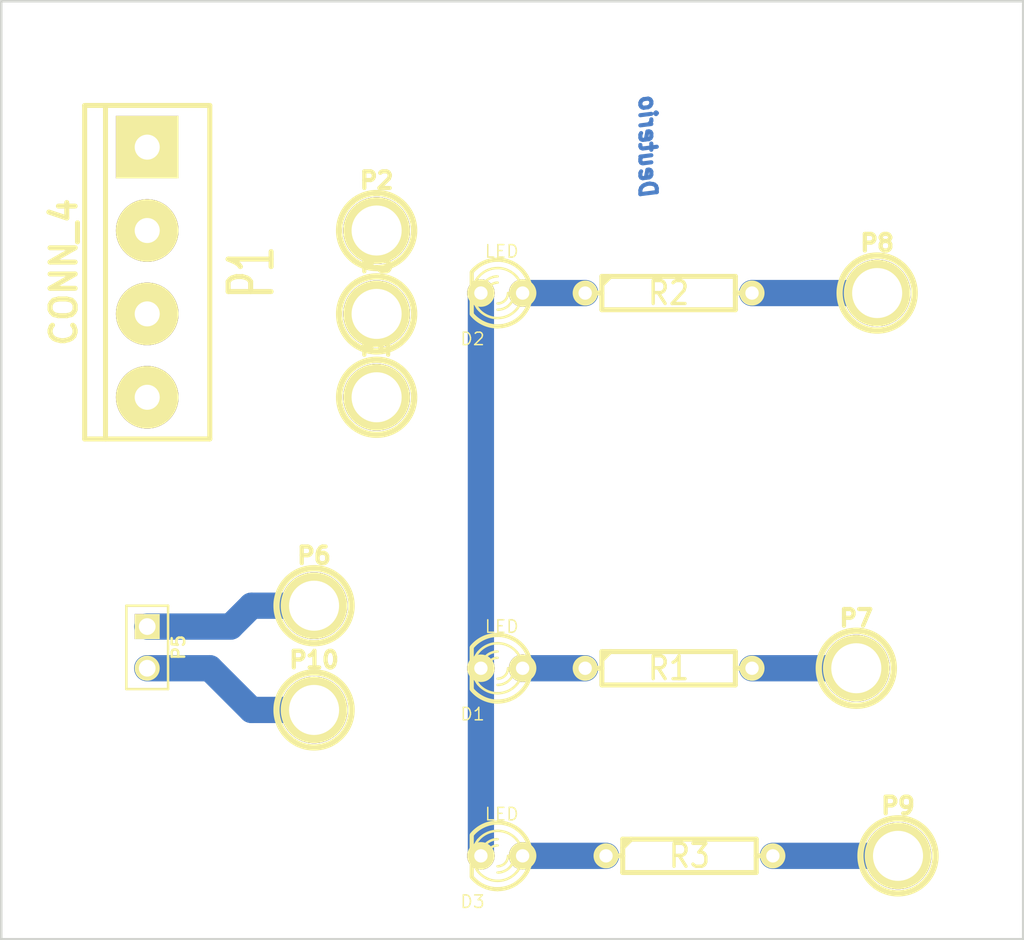
<source format=kicad_pcb>
(kicad_pcb (version 3) (host pcbnew "(2013-jul-07)-stable")

  (general
    (links 14)
    (no_connects 4)
    (area 129.464999 116.764999 191.845001 174.065001)
    (thickness 1.6)
    (drawings 5)
    (tracks 14)
    (zones 0)
    (modules 16)
    (nets 13)
  )

  (page A3)
  (layers
    (15 F.Cu signal)
    (0 B.Cu signal)
    (16 B.Adhes user)
    (17 F.Adhes user)
    (18 B.Paste user)
    (19 F.Paste user)
    (20 B.SilkS user)
    (21 F.SilkS user)
    (22 B.Mask user)
    (23 F.Mask user)
    (24 Dwgs.User user)
    (25 Cmts.User user)
    (26 Eco1.User user)
    (27 Eco2.User user)
    (28 Edge.Cuts user)
  )

  (setup
    (last_trace_width 1.6)
    (trace_clearance 0.254)
    (zone_clearance 0.508)
    (zone_45_only no)
    (trace_min 0.254)
    (segment_width 0.2)
    (edge_width 0.15)
    (via_size 0.889)
    (via_drill 0.635)
    (via_min_size 0.889)
    (via_min_drill 0.508)
    (uvia_size 0.508)
    (uvia_drill 0.127)
    (uvias_allowed no)
    (uvia_min_size 0.508)
    (uvia_min_drill 0.127)
    (pcb_text_width 0.3)
    (pcb_text_size 1 1)
    (mod_edge_width 0.15)
    (mod_text_size 1 1)
    (mod_text_width 0.15)
    (pad_size 1 1)
    (pad_drill 0.6)
    (pad_to_mask_clearance 0)
    (aux_axis_origin 0 0)
    (visible_elements FFFFFFBF)
    (pcbplotparams
      (layerselection 1048577)
      (usegerberextensions false)
      (excludeedgelayer true)
      (linewidth 0.150000)
      (plotframeref false)
      (viasonmask false)
      (mode 1)
      (useauxorigin false)
      (hpglpennumber 1)
      (hpglpenspeed 20)
      (hpglpendiameter 15)
      (hpglpenoverlay 2)
      (psnegative false)
      (psa4output false)
      (plotreference false)
      (plotvalue false)
      (plotothertext false)
      (plotinvisibletext false)
      (padsonsilk false)
      (subtractmaskfromsilk false)
      (outputformat 5)
      (mirror false)
      (drillshape 0)
      (scaleselection 1)
      (outputdirectory dibujo/2))
  )

  (net 0 "")
  (net 1 GND)
  (net 2 N-000001)
  (net 3 N-0000010)
  (net 4 N-0000011)
  (net 5 N-000002)
  (net 6 N-000003)
  (net 7 N-000004)
  (net 8 N-000005)
  (net 9 N-000006)
  (net 10 N-000007)
  (net 11 N-000008)
  (net 12 N-000009)

  (net_class Default "This is the default net class."
    (clearance 0.254)
    (trace_width 1.6)
    (via_dia 0.889)
    (via_drill 0.635)
    (uvia_dia 0.508)
    (uvia_drill 0.127)
    (add_net "")
    (add_net GND)
    (add_net N-000001)
    (add_net N-0000010)
    (add_net N-0000011)
    (add_net N-000002)
    (add_net N-000003)
    (add_net N-000004)
    (add_net N-000005)
    (add_net N-000006)
    (add_net N-000007)
    (add_net N-000008)
    (add_net N-000009)
  )

  (module R4 (layer F.Cu) (tedit 200000) (tstamp 584C4CA8)
    (at 170.18 157.48)
    (descr "Resitance 4 pas")
    (tags R)
    (path /584C2F94)
    (autoplace_cost180 10)
    (fp_text reference R1 (at 0 0) (layer F.SilkS)
      (effects (font (size 1.397 1.27) (thickness 0.2032)))
    )
    (fp_text value R (at 0 0) (layer F.SilkS) hide
      (effects (font (size 1.397 1.27) (thickness 0.2032)))
    )
    (fp_line (start -5.08 0) (end -4.064 0) (layer F.SilkS) (width 0.3048))
    (fp_line (start -4.064 0) (end -4.064 -1.016) (layer F.SilkS) (width 0.3048))
    (fp_line (start -4.064 -1.016) (end 4.064 -1.016) (layer F.SilkS) (width 0.3048))
    (fp_line (start 4.064 -1.016) (end 4.064 1.016) (layer F.SilkS) (width 0.3048))
    (fp_line (start 4.064 1.016) (end -4.064 1.016) (layer F.SilkS) (width 0.3048))
    (fp_line (start -4.064 1.016) (end -4.064 0) (layer F.SilkS) (width 0.3048))
    (fp_line (start -4.064 -0.508) (end -3.556 -1.016) (layer F.SilkS) (width 0.3048))
    (fp_line (start 5.08 0) (end 4.064 0) (layer F.SilkS) (width 0.3048))
    (pad 1 thru_hole circle (at -5.08 0) (size 1.524 1.524) (drill 0.8128)
      (layers *.Cu *.Mask F.SilkS)
      (net 12 N-000009)
    )
    (pad 2 thru_hole circle (at 5.08 0) (size 1.524 1.524) (drill 0.8128)
      (layers *.Cu *.Mask F.SilkS)
      (net 7 N-000004)
    )
    (model discret/resistor.wrl
      (at (xyz 0 0 0))
      (scale (xyz 0.4 0.4 0.4))
      (rotate (xyz 0 0 0))
    )
  )

  (module R4 (layer F.Cu) (tedit 200000) (tstamp 584C4CB6)
    (at 170.18 134.62)
    (descr "Resitance 4 pas")
    (tags R)
    (path /584C2FA3)
    (autoplace_cost180 10)
    (fp_text reference R2 (at 0 0) (layer F.SilkS)
      (effects (font (size 1.397 1.27) (thickness 0.2032)))
    )
    (fp_text value R (at 0 0) (layer F.SilkS) hide
      (effects (font (size 1.397 1.27) (thickness 0.2032)))
    )
    (fp_line (start -5.08 0) (end -4.064 0) (layer F.SilkS) (width 0.3048))
    (fp_line (start -4.064 0) (end -4.064 -1.016) (layer F.SilkS) (width 0.3048))
    (fp_line (start -4.064 -1.016) (end 4.064 -1.016) (layer F.SilkS) (width 0.3048))
    (fp_line (start 4.064 -1.016) (end 4.064 1.016) (layer F.SilkS) (width 0.3048))
    (fp_line (start 4.064 1.016) (end -4.064 1.016) (layer F.SilkS) (width 0.3048))
    (fp_line (start -4.064 1.016) (end -4.064 0) (layer F.SilkS) (width 0.3048))
    (fp_line (start -4.064 -0.508) (end -3.556 -1.016) (layer F.SilkS) (width 0.3048))
    (fp_line (start 5.08 0) (end 4.064 0) (layer F.SilkS) (width 0.3048))
    (pad 1 thru_hole circle (at -5.08 0) (size 1.524 1.524) (drill 0.8128)
      (layers *.Cu *.Mask F.SilkS)
      (net 4 N-0000011)
    )
    (pad 2 thru_hole circle (at 5.08 0) (size 1.524 1.524) (drill 0.8128)
      (layers *.Cu *.Mask F.SilkS)
      (net 6 N-000003)
    )
    (model discret/resistor.wrl
      (at (xyz 0 0 0))
      (scale (xyz 0.4 0.4 0.4))
      (rotate (xyz 0 0 0))
    )
  )

  (module R4 (layer F.Cu) (tedit 200000) (tstamp 584C4CC4)
    (at 171.45 168.91)
    (descr "Resitance 4 pas")
    (tags R)
    (path /584C2FB2)
    (autoplace_cost180 10)
    (fp_text reference R3 (at 0 0) (layer F.SilkS)
      (effects (font (size 1.397 1.27) (thickness 0.2032)))
    )
    (fp_text value R (at 0 0) (layer F.SilkS) hide
      (effects (font (size 1.397 1.27) (thickness 0.2032)))
    )
    (fp_line (start -5.08 0) (end -4.064 0) (layer F.SilkS) (width 0.3048))
    (fp_line (start -4.064 0) (end -4.064 -1.016) (layer F.SilkS) (width 0.3048))
    (fp_line (start -4.064 -1.016) (end 4.064 -1.016) (layer F.SilkS) (width 0.3048))
    (fp_line (start 4.064 -1.016) (end 4.064 1.016) (layer F.SilkS) (width 0.3048))
    (fp_line (start 4.064 1.016) (end -4.064 1.016) (layer F.SilkS) (width 0.3048))
    (fp_line (start -4.064 1.016) (end -4.064 0) (layer F.SilkS) (width 0.3048))
    (fp_line (start -4.064 -0.508) (end -3.556 -1.016) (layer F.SilkS) (width 0.3048))
    (fp_line (start 5.08 0) (end 4.064 0) (layer F.SilkS) (width 0.3048))
    (pad 1 thru_hole circle (at -5.08 0) (size 1.524 1.524) (drill 0.8128)
      (layers *.Cu *.Mask F.SilkS)
      (net 3 N-0000010)
    )
    (pad 2 thru_hole circle (at 5.08 0) (size 1.524 1.524) (drill 0.8128)
      (layers *.Cu *.Mask F.SilkS)
      (net 11 N-000008)
    )
    (model discret/resistor.wrl
      (at (xyz 0 0 0))
      (scale (xyz 0.4 0.4 0.4))
      (rotate (xyz 0 0 0))
    )
  )

  (module LED-3MM (layer F.Cu) (tedit 50ADE848) (tstamp 584C4CDD)
    (at 160.02 157.48 180)
    (descr "LED 3mm - Lead pitch 100mil (2,54mm)")
    (tags "LED led 3mm 3MM 100mil 2,54mm")
    (path /584C2E81)
    (fp_text reference D1 (at 1.778 -2.794 180) (layer F.SilkS)
      (effects (font (size 0.762 0.762) (thickness 0.0889)))
    )
    (fp_text value LED (at 0 2.54 180) (layer F.SilkS)
      (effects (font (size 0.762 0.762) (thickness 0.0889)))
    )
    (fp_line (start 1.8288 1.27) (end 1.8288 -1.27) (layer F.SilkS) (width 0.254))
    (fp_arc (start 0.254 0) (end -1.27 0) (angle 39.8) (layer F.SilkS) (width 0.1524))
    (fp_arc (start 0.254 0) (end -0.88392 1.01092) (angle 41.6) (layer F.SilkS) (width 0.1524))
    (fp_arc (start 0.254 0) (end 1.4097 -0.9906) (angle 40.6) (layer F.SilkS) (width 0.1524))
    (fp_arc (start 0.254 0) (end 1.778 0) (angle 39.8) (layer F.SilkS) (width 0.1524))
    (fp_arc (start 0.254 0) (end 0.254 -1.524) (angle 54.4) (layer F.SilkS) (width 0.1524))
    (fp_arc (start 0.254 0) (end -0.9652 -0.9144) (angle 53.1) (layer F.SilkS) (width 0.1524))
    (fp_arc (start 0.254 0) (end 1.45542 0.93472) (angle 52.1) (layer F.SilkS) (width 0.1524))
    (fp_arc (start 0.254 0) (end 0.254 1.524) (angle 52.1) (layer F.SilkS) (width 0.1524))
    (fp_arc (start 0.254 0) (end -0.381 0) (angle 90) (layer F.SilkS) (width 0.1524))
    (fp_arc (start 0.254 0) (end -0.762 0) (angle 90) (layer F.SilkS) (width 0.1524))
    (fp_arc (start 0.254 0) (end 0.889 0) (angle 90) (layer F.SilkS) (width 0.1524))
    (fp_arc (start 0.254 0) (end 1.27 0) (angle 90) (layer F.SilkS) (width 0.1524))
    (fp_arc (start 0.254 0) (end 0.254 -2.032) (angle 50.1) (layer F.SilkS) (width 0.254))
    (fp_arc (start 0.254 0) (end -1.5367 -0.95504) (angle 61.9) (layer F.SilkS) (width 0.254))
    (fp_arc (start 0.254 0) (end 1.8034 1.31064) (angle 49.7) (layer F.SilkS) (width 0.254))
    (fp_arc (start 0.254 0) (end 0.254 2.032) (angle 60.2) (layer F.SilkS) (width 0.254))
    (fp_arc (start 0.254 0) (end -1.778 0) (angle 28.3) (layer F.SilkS) (width 0.254))
    (fp_arc (start 0.254 0) (end -1.47574 1.06426) (angle 31.6) (layer F.SilkS) (width 0.254))
    (pad 1 thru_hole circle (at -1.27 0 180) (size 1.6764 1.6764) (drill 0.8128)
      (layers *.Cu *.Mask F.SilkS)
      (net 12 N-000009)
    )
    (pad 2 thru_hole circle (at 1.27 0 180) (size 1.6764 1.6764) (drill 0.8128)
      (layers *.Cu *.Mask F.SilkS)
      (net 1 GND)
    )
    (model discret/leds/led3_vertical_verde.wrl
      (at (xyz 0 0 0))
      (scale (xyz 1 1 1))
      (rotate (xyz 0 0 0))
    )
  )

  (module LED-3MM (layer F.Cu) (tedit 50ADE848) (tstamp 584C4CF6)
    (at 160.02 134.62 180)
    (descr "LED 3mm - Lead pitch 100mil (2,54mm)")
    (tags "LED led 3mm 3MM 100mil 2,54mm")
    (path /584C2E90)
    (fp_text reference D2 (at 1.778 -2.794 180) (layer F.SilkS)
      (effects (font (size 0.762 0.762) (thickness 0.0889)))
    )
    (fp_text value LED (at 0 2.54 180) (layer F.SilkS)
      (effects (font (size 0.762 0.762) (thickness 0.0889)))
    )
    (fp_line (start 1.8288 1.27) (end 1.8288 -1.27) (layer F.SilkS) (width 0.254))
    (fp_arc (start 0.254 0) (end -1.27 0) (angle 39.8) (layer F.SilkS) (width 0.1524))
    (fp_arc (start 0.254 0) (end -0.88392 1.01092) (angle 41.6) (layer F.SilkS) (width 0.1524))
    (fp_arc (start 0.254 0) (end 1.4097 -0.9906) (angle 40.6) (layer F.SilkS) (width 0.1524))
    (fp_arc (start 0.254 0) (end 1.778 0) (angle 39.8) (layer F.SilkS) (width 0.1524))
    (fp_arc (start 0.254 0) (end 0.254 -1.524) (angle 54.4) (layer F.SilkS) (width 0.1524))
    (fp_arc (start 0.254 0) (end -0.9652 -0.9144) (angle 53.1) (layer F.SilkS) (width 0.1524))
    (fp_arc (start 0.254 0) (end 1.45542 0.93472) (angle 52.1) (layer F.SilkS) (width 0.1524))
    (fp_arc (start 0.254 0) (end 0.254 1.524) (angle 52.1) (layer F.SilkS) (width 0.1524))
    (fp_arc (start 0.254 0) (end -0.381 0) (angle 90) (layer F.SilkS) (width 0.1524))
    (fp_arc (start 0.254 0) (end -0.762 0) (angle 90) (layer F.SilkS) (width 0.1524))
    (fp_arc (start 0.254 0) (end 0.889 0) (angle 90) (layer F.SilkS) (width 0.1524))
    (fp_arc (start 0.254 0) (end 1.27 0) (angle 90) (layer F.SilkS) (width 0.1524))
    (fp_arc (start 0.254 0) (end 0.254 -2.032) (angle 50.1) (layer F.SilkS) (width 0.254))
    (fp_arc (start 0.254 0) (end -1.5367 -0.95504) (angle 61.9) (layer F.SilkS) (width 0.254))
    (fp_arc (start 0.254 0) (end 1.8034 1.31064) (angle 49.7) (layer F.SilkS) (width 0.254))
    (fp_arc (start 0.254 0) (end 0.254 2.032) (angle 60.2) (layer F.SilkS) (width 0.254))
    (fp_arc (start 0.254 0) (end -1.778 0) (angle 28.3) (layer F.SilkS) (width 0.254))
    (fp_arc (start 0.254 0) (end -1.47574 1.06426) (angle 31.6) (layer F.SilkS) (width 0.254))
    (pad 1 thru_hole circle (at -1.27 0 180) (size 1.6764 1.6764) (drill 0.8128)
      (layers *.Cu *.Mask F.SilkS)
      (net 4 N-0000011)
    )
    (pad 2 thru_hole circle (at 1.27 0 180) (size 1.6764 1.6764) (drill 0.8128)
      (layers *.Cu *.Mask F.SilkS)
      (net 1 GND)
    )
    (model discret/leds/led3_vertical_verde.wrl
      (at (xyz 0 0 0))
      (scale (xyz 1 1 1))
      (rotate (xyz 0 0 0))
    )
  )

  (module LED-3MM (layer F.Cu) (tedit 50ADE848) (tstamp 584C4D0F)
    (at 160.02 168.91 180)
    (descr "LED 3mm - Lead pitch 100mil (2,54mm)")
    (tags "LED led 3mm 3MM 100mil 2,54mm")
    (path /584C2E9F)
    (fp_text reference D3 (at 1.778 -2.794 180) (layer F.SilkS)
      (effects (font (size 0.762 0.762) (thickness 0.0889)))
    )
    (fp_text value LED (at 0 2.54 180) (layer F.SilkS)
      (effects (font (size 0.762 0.762) (thickness 0.0889)))
    )
    (fp_line (start 1.8288 1.27) (end 1.8288 -1.27) (layer F.SilkS) (width 0.254))
    (fp_arc (start 0.254 0) (end -1.27 0) (angle 39.8) (layer F.SilkS) (width 0.1524))
    (fp_arc (start 0.254 0) (end -0.88392 1.01092) (angle 41.6) (layer F.SilkS) (width 0.1524))
    (fp_arc (start 0.254 0) (end 1.4097 -0.9906) (angle 40.6) (layer F.SilkS) (width 0.1524))
    (fp_arc (start 0.254 0) (end 1.778 0) (angle 39.8) (layer F.SilkS) (width 0.1524))
    (fp_arc (start 0.254 0) (end 0.254 -1.524) (angle 54.4) (layer F.SilkS) (width 0.1524))
    (fp_arc (start 0.254 0) (end -0.9652 -0.9144) (angle 53.1) (layer F.SilkS) (width 0.1524))
    (fp_arc (start 0.254 0) (end 1.45542 0.93472) (angle 52.1) (layer F.SilkS) (width 0.1524))
    (fp_arc (start 0.254 0) (end 0.254 1.524) (angle 52.1) (layer F.SilkS) (width 0.1524))
    (fp_arc (start 0.254 0) (end -0.381 0) (angle 90) (layer F.SilkS) (width 0.1524))
    (fp_arc (start 0.254 0) (end -0.762 0) (angle 90) (layer F.SilkS) (width 0.1524))
    (fp_arc (start 0.254 0) (end 0.889 0) (angle 90) (layer F.SilkS) (width 0.1524))
    (fp_arc (start 0.254 0) (end 1.27 0) (angle 90) (layer F.SilkS) (width 0.1524))
    (fp_arc (start 0.254 0) (end 0.254 -2.032) (angle 50.1) (layer F.SilkS) (width 0.254))
    (fp_arc (start 0.254 0) (end -1.5367 -0.95504) (angle 61.9) (layer F.SilkS) (width 0.254))
    (fp_arc (start 0.254 0) (end 1.8034 1.31064) (angle 49.7) (layer F.SilkS) (width 0.254))
    (fp_arc (start 0.254 0) (end 0.254 2.032) (angle 60.2) (layer F.SilkS) (width 0.254))
    (fp_arc (start 0.254 0) (end -1.778 0) (angle 28.3) (layer F.SilkS) (width 0.254))
    (fp_arc (start 0.254 0) (end -1.47574 1.06426) (angle 31.6) (layer F.SilkS) (width 0.254))
    (pad 1 thru_hole circle (at -1.27 0 180) (size 1.6764 1.6764) (drill 0.8128)
      (layers *.Cu *.Mask F.SilkS)
      (net 3 N-0000010)
    )
    (pad 2 thru_hole circle (at 1.27 0 180) (size 1.6764 1.6764) (drill 0.8128)
      (layers *.Cu *.Mask F.SilkS)
      (net 1 GND)
    )
    (model discret/leds/led3_vertical_verde.wrl
      (at (xyz 0 0 0))
      (scale (xyz 1 1 1))
      (rotate (xyz 0 0 0))
    )
  )

  (module bornier4 (layer F.Cu) (tedit 3EC0ED29) (tstamp 584C4D1C)
    (at 138.43 133.35 270)
    (descr "Bornier d'alimentation 4 pins")
    (tags DEV)
    (path /584C2D24)
    (fp_text reference P1 (at 0 -6.35 270) (layer F.SilkS)
      (effects (font (size 2.6162 1.59766) (thickness 0.3048)))
    )
    (fp_text value CONN_4 (at 0 5.08 270) (layer F.SilkS)
      (effects (font (size 1.524 1.524) (thickness 0.3048)))
    )
    (fp_line (start -10.16 -3.81) (end -10.16 3.81) (layer F.SilkS) (width 0.3048))
    (fp_line (start 10.16 3.81) (end 10.16 -3.81) (layer F.SilkS) (width 0.3048))
    (fp_line (start 10.16 2.54) (end -10.16 2.54) (layer F.SilkS) (width 0.3048))
    (fp_line (start -10.16 -3.81) (end 10.16 -3.81) (layer F.SilkS) (width 0.3048))
    (fp_line (start -10.16 3.81) (end 10.16 3.81) (layer F.SilkS) (width 0.3048))
    (pad 2 thru_hole circle (at -2.54 0 270) (size 3.81 3.81) (drill 1.524)
      (layers *.Cu *.Mask F.SilkS)
      (net 10 N-000007)
    )
    (pad 3 thru_hole circle (at 2.54 0 270) (size 3.81 3.81) (drill 1.524)
      (layers *.Cu *.Mask F.SilkS)
      (net 5 N-000002)
    )
    (pad 1 thru_hole rect (at -7.62 0 270) (size 3.81 3.81) (drill 1.524)
      (layers *.Cu *.Mask F.SilkS)
      (net 1 GND)
    )
    (pad 4 thru_hole circle (at 7.62 0 270) (size 3.81 3.81) (drill 1.524)
      (layers *.Cu *.Mask F.SilkS)
      (net 2 N-000001)
    )
    (model device/bornier_4.wrl
      (at (xyz 0 0 0))
      (scale (xyz 1 1 1))
      (rotate (xyz 0 0 0))
    )
  )

  (module 1pin (layer F.Cu) (tedit 200000) (tstamp 584C4D22)
    (at 181.61 157.48)
    (descr "module 1 pin (ou trou mecanique de percage)")
    (tags DEV)
    (path /584C4758)
    (fp_text reference P7 (at 0 -3.048) (layer F.SilkS)
      (effects (font (size 1.016 1.016) (thickness 0.254)))
    )
    (fp_text value CONN_1 (at 0 2.794) (layer F.SilkS) hide
      (effects (font (size 1.016 1.016) (thickness 0.254)))
    )
    (fp_circle (center 0 0) (end 0 -2.286) (layer F.SilkS) (width 0.381))
    (pad 1 thru_hole circle (at 0 0) (size 4.064 4.064) (drill 3.048)
      (layers *.Cu *.Mask F.SilkS)
      (net 7 N-000004)
    )
  )

  (module 1pin (layer F.Cu) (tedit 200000) (tstamp 584C4D28)
    (at 182.88 134.62)
    (descr "module 1 pin (ou trou mecanique de percage)")
    (tags DEV)
    (path /584C4780)
    (fp_text reference P8 (at 0 -3.048) (layer F.SilkS)
      (effects (font (size 1.016 1.016) (thickness 0.254)))
    )
    (fp_text value CONN_1 (at 0 2.794) (layer F.SilkS) hide
      (effects (font (size 1.016 1.016) (thickness 0.254)))
    )
    (fp_circle (center 0 0) (end 0 -2.286) (layer F.SilkS) (width 0.381))
    (pad 1 thru_hole circle (at 0 0) (size 4.064 4.064) (drill 3.048)
      (layers *.Cu *.Mask F.SilkS)
      (net 6 N-000003)
    )
  )

  (module 1pin (layer F.Cu) (tedit 200000) (tstamp 584C4D2E)
    (at 184.15 168.91)
    (descr "module 1 pin (ou trou mecanique de percage)")
    (tags DEV)
    (path /584C478C)
    (fp_text reference P9 (at 0 -3.048) (layer F.SilkS)
      (effects (font (size 1.016 1.016) (thickness 0.254)))
    )
    (fp_text value CONN_1 (at 0 2.794) (layer F.SilkS) hide
      (effects (font (size 1.016 1.016) (thickness 0.254)))
    )
    (fp_circle (center 0 0) (end 0 -2.286) (layer F.SilkS) (width 0.381))
    (pad 1 thru_hole circle (at 0 0) (size 4.064 4.064) (drill 3.048)
      (layers *.Cu *.Mask F.SilkS)
      (net 11 N-000008)
    )
  )

  (module 1pin (layer F.Cu) (tedit 200000) (tstamp 584C4D34)
    (at 152.4 140.97)
    (descr "module 1 pin (ou trou mecanique de percage)")
    (tags DEV)
    (path /584C4809)
    (fp_text reference P4 (at 0 -3.048) (layer F.SilkS)
      (effects (font (size 1.016 1.016) (thickness 0.254)))
    )
    (fp_text value CONN_1 (at 0 2.794) (layer F.SilkS) hide
      (effects (font (size 1.016 1.016) (thickness 0.254)))
    )
    (fp_circle (center 0 0) (end 0 -2.286) (layer F.SilkS) (width 0.381))
    (pad 1 thru_hole circle (at 0 0) (size 4.064 4.064) (drill 3.048)
      (layers *.Cu *.Mask F.SilkS)
      (net 2 N-000001)
    )
  )

  (module 1pin (layer F.Cu) (tedit 200000) (tstamp 584C4D3A)
    (at 152.4 135.89)
    (descr "module 1 pin (ou trou mecanique de percage)")
    (tags DEV)
    (path /584C480F)
    (fp_text reference P3 (at 0 -3.048) (layer F.SilkS)
      (effects (font (size 1.016 1.016) (thickness 0.254)))
    )
    (fp_text value CONN_1 (at 0 2.794) (layer F.SilkS) hide
      (effects (font (size 1.016 1.016) (thickness 0.254)))
    )
    (fp_circle (center 0 0) (end 0 -2.286) (layer F.SilkS) (width 0.381))
    (pad 1 thru_hole circle (at 0 0) (size 4.064 4.064) (drill 3.048)
      (layers *.Cu *.Mask F.SilkS)
      (net 5 N-000002)
    )
  )

  (module 1pin (layer F.Cu) (tedit 200000) (tstamp 584C4D40)
    (at 152.4 130.81)
    (descr "module 1 pin (ou trou mecanique de percage)")
    (tags DEV)
    (path /584C4C53)
    (fp_text reference P2 (at 0 -3.048) (layer F.SilkS)
      (effects (font (size 1.016 1.016) (thickness 0.254)))
    )
    (fp_text value CONN_1 (at 0 2.794) (layer F.SilkS) hide
      (effects (font (size 1.016 1.016) (thickness 0.254)))
    )
    (fp_circle (center 0 0) (end 0 -2.286) (layer F.SilkS) (width 0.381))
    (pad 1 thru_hole circle (at 0 0) (size 4.064 4.064) (drill 3.048)
      (layers *.Cu *.Mask F.SilkS)
      (net 10 N-000007)
    )
  )

  (module PIN_ARRAY_2X1 (layer F.Cu) (tedit 4565C520) (tstamp 584C569B)
    (at 138.43 156.21 270)
    (descr "Connecteurs 2 pins")
    (tags "CONN DEV")
    (path /584C556B)
    (fp_text reference P5 (at 0 -1.905 270) (layer F.SilkS)
      (effects (font (size 0.762 0.762) (thickness 0.1524)))
    )
    (fp_text value CONN_2 (at 0 -1.905 270) (layer F.SilkS) hide
      (effects (font (size 0.762 0.762) (thickness 0.1524)))
    )
    (fp_line (start -2.54 1.27) (end -2.54 -1.27) (layer F.SilkS) (width 0.1524))
    (fp_line (start -2.54 -1.27) (end 2.54 -1.27) (layer F.SilkS) (width 0.1524))
    (fp_line (start 2.54 -1.27) (end 2.54 1.27) (layer F.SilkS) (width 0.1524))
    (fp_line (start 2.54 1.27) (end -2.54 1.27) (layer F.SilkS) (width 0.1524))
    (pad 1 thru_hole rect (at -1.27 0 270) (size 1.524 1.524) (drill 1.016)
      (layers *.Cu *.Mask F.SilkS)
      (net 9 N-000006)
    )
    (pad 2 thru_hole circle (at 1.27 0 270) (size 1.524 1.524) (drill 1.016)
      (layers *.Cu *.Mask F.SilkS)
      (net 8 N-000005)
    )
    (model pin_array/pins_array_2x1.wrl
      (at (xyz 0 0 0))
      (scale (xyz 1 1 1))
      (rotate (xyz 0 0 0))
    )
  )

  (module 1pin (layer F.Cu) (tedit 200000) (tstamp 584C56A1)
    (at 148.59 153.67)
    (descr "module 1 pin (ou trou mecanique de percage)")
    (tags DEV)
    (path /584C5582)
    (fp_text reference P6 (at 0 -3.048) (layer F.SilkS)
      (effects (font (size 1.016 1.016) (thickness 0.254)))
    )
    (fp_text value CONN_1 (at 0 2.794) (layer F.SilkS) hide
      (effects (font (size 1.016 1.016) (thickness 0.254)))
    )
    (fp_circle (center 0 0) (end 0 -2.286) (layer F.SilkS) (width 0.381))
    (pad 1 thru_hole circle (at 0 0) (size 4.064 4.064) (drill 3.048)
      (layers *.Cu *.Mask F.SilkS)
      (net 9 N-000006)
    )
  )

  (module 1pin (layer F.Cu) (tedit 200000) (tstamp 584C56A7)
    (at 148.59 160.02)
    (descr "module 1 pin (ou trou mecanique de percage)")
    (tags DEV)
    (path /584C5588)
    (fp_text reference P10 (at 0 -3.048) (layer F.SilkS)
      (effects (font (size 1.016 1.016) (thickness 0.254)))
    )
    (fp_text value CONN_1 (at 0 2.794) (layer F.SilkS) hide
      (effects (font (size 1.016 1.016) (thickness 0.254)))
    )
    (fp_circle (center 0 0) (end 0 -2.286) (layer F.SilkS) (width 0.381))
    (pad 1 thru_hole circle (at 0 0) (size 4.064 4.064) (drill 3.048)
      (layers *.Cu *.Mask F.SilkS)
      (net 8 N-000005)
    )
  )

  (gr_line (start 191.77 116.84) (end 129.54 116.84) (angle 90) (layer Edge.Cuts) (width 0.15))
  (gr_line (start 191.77 173.99) (end 191.77 116.84) (angle 90) (layer Edge.Cuts) (width 0.15))
  (gr_line (start 129.54 173.99) (end 191.77 173.99) (angle 90) (layer Edge.Cuts) (width 0.15))
  (gr_line (start 129.54 116.84) (end 129.54 173.99) (angle 90) (layer Edge.Cuts) (width 0.15))
  (gr_text Deuterio (at 168.91 125.73 270) (layer B.Cu)
    (effects (font (size 1 1) (thickness 0.25) italic) (justify mirror))
  )

  (segment (start 158.75 157.48) (end 158.75 134.62) (width 1.6) (layer B.Cu) (net 1))
  (segment (start 158.75 157.48) (end 158.75 168.91) (width 1.6) (layer B.Cu) (net 1) (tstamp 584C4ED5))
  (segment (start 161.29 168.91) (end 166.37 168.91) (width 1.6) (layer B.Cu) (net 3))
  (segment (start 161.29 134.62) (end 165.1 134.62) (width 1.6) (layer B.Cu) (net 4))
  (segment (start 175.26 134.62) (end 182.88 134.62) (width 1.6) (layer B.Cu) (net 6))
  (segment (start 175.26 157.48) (end 181.61 157.48) (width 1.6) (layer B.Cu) (net 7))
  (segment (start 138.43 157.48) (end 142.24 157.48) (width 1.6) (layer B.Cu) (net 8))
  (segment (start 144.78 160.02) (end 148.59 160.02) (width 1.6) (layer B.Cu) (net 8) (tstamp 584C5723))
  (segment (start 142.24 157.48) (end 144.78 160.02) (width 1.6) (layer B.Cu) (net 8) (tstamp 584C5722))
  (segment (start 138.43 154.94) (end 143.51 154.94) (width 1.6) (layer B.Cu) (net 9))
  (segment (start 144.78 153.67) (end 148.59 153.67) (width 1.6) (layer B.Cu) (net 9) (tstamp 584C571E))
  (segment (start 143.51 154.94) (end 144.78 153.67) (width 1.6) (layer B.Cu) (net 9) (tstamp 584C571C))
  (segment (start 176.53 168.91) (end 184.15 168.91) (width 1.6) (layer B.Cu) (net 11))
  (segment (start 161.29 157.48) (end 165.1 157.48) (width 1.6) (layer B.Cu) (net 12))

)

</source>
